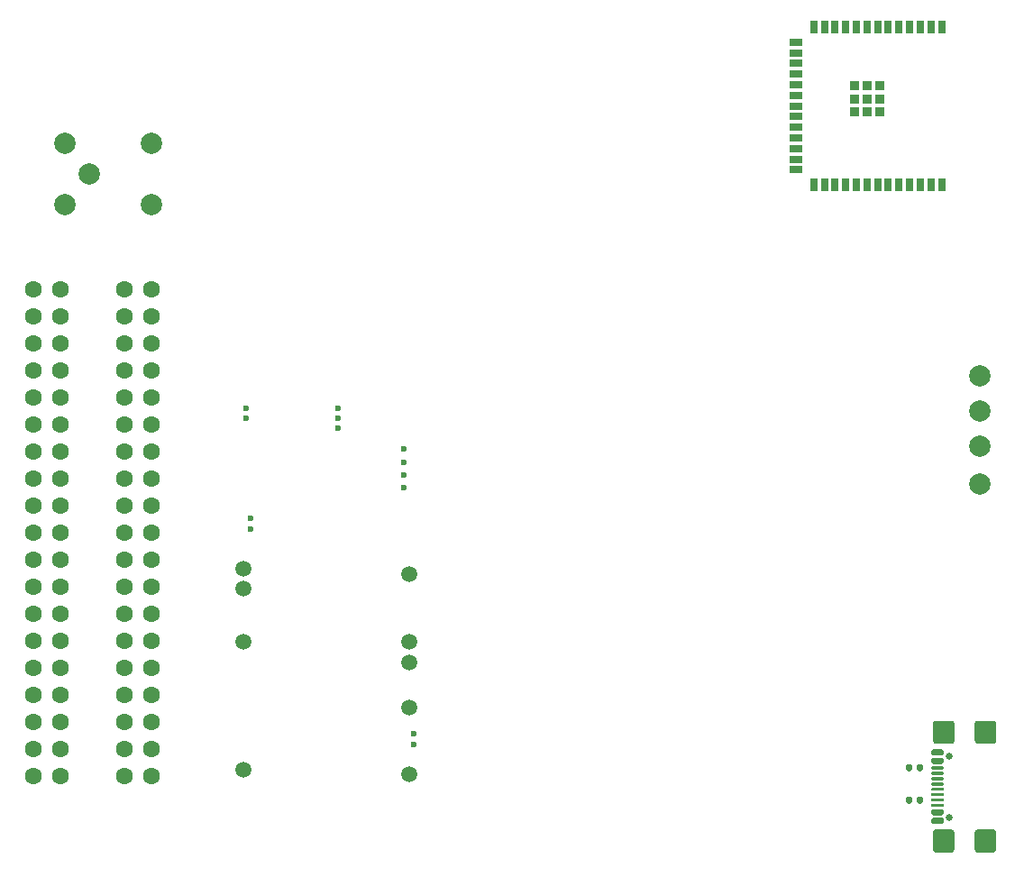
<source format=gts>
G04 #@! TF.GenerationSoftware,KiCad,Pcbnew,8.0.6-8.0.6-0~ubuntu22.04.1*
G04 #@! TF.CreationDate,2024-11-14T14:23:20+00:00*
G04 #@! TF.ProjectId,hellenbremen,68656c6c-656e-4627-9265-6d656e2e6b69,rev?*
G04 #@! TF.SameCoordinates,Original*
G04 #@! TF.FileFunction,Soldermask,Top*
G04 #@! TF.FilePolarity,Negative*
%FSLAX46Y46*%
G04 Gerber Fmt 4.6, Leading zero omitted, Abs format (unit mm)*
G04 Created by KiCad (PCBNEW 8.0.6-8.0.6-0~ubuntu22.04.1) date 2024-11-14 14:23:20*
%MOMM*%
%LPD*%
G01*
G04 APERTURE LIST*
%ADD10C,2.000000*%
%ADD11C,0.600000*%
%ADD12C,1.600000*%
%ADD13C,1.500000*%
%ADD14R,0.711200X1.295400*%
%ADD15R,1.295400X0.711200*%
%ADD16R,0.889000X0.889000*%
%ADD17C,0.650000*%
G04 APERTURE END LIST*
G04 #@! TO.C,R2*
G36*
G01*
X93342000Y22979000D02*
X93342000Y22609000D01*
G75*
G02*
X93207000Y22474000I-135000J0D01*
G01*
X92937000Y22474000D01*
G75*
G02*
X92802000Y22609000I0J135000D01*
G01*
X92802000Y22979000D01*
G75*
G02*
X92937000Y23114000I135000J0D01*
G01*
X93207000Y23114000D01*
G75*
G02*
X93342000Y22979000I0J-135000D01*
G01*
G37*
G36*
G01*
X92322000Y22979000D02*
X92322000Y22609000D01*
G75*
G02*
X92187000Y22474000I-135000J0D01*
G01*
X91917000Y22474000D01*
G75*
G02*
X91782000Y22609000I0J135000D01*
G01*
X91782000Y22979000D01*
G75*
G02*
X91917000Y23114000I135000J0D01*
G01*
X92187000Y23114000D01*
G75*
G02*
X92322000Y22979000I0J-135000D01*
G01*
G37*
G04 #@! TD*
G04 #@! TO.C,R1*
G36*
G01*
X93340000Y26027000D02*
X93340000Y25657000D01*
G75*
G02*
X93205000Y25522000I-135000J0D01*
G01*
X92935000Y25522000D01*
G75*
G02*
X92800000Y25657000I0J135000D01*
G01*
X92800000Y26027000D01*
G75*
G02*
X92935000Y26162000I135000J0D01*
G01*
X93205000Y26162000D01*
G75*
G02*
X93340000Y26027000I0J-135000D01*
G01*
G37*
G36*
G01*
X92320000Y26027000D02*
X92320000Y25657000D01*
G75*
G02*
X92185000Y25522000I-135000J0D01*
G01*
X91915000Y25522000D01*
G75*
G02*
X91780000Y25657000I0J135000D01*
G01*
X91780000Y26027000D01*
G75*
G02*
X91915000Y26162000I135000J0D01*
G01*
X92185000Y26162000D01*
G75*
G02*
X92320000Y26027000I0J-135000D01*
G01*
G37*
G04 #@! TD*
D10*
G04 #@! TO.C,TP1*
X98656000Y62672000D03*
G04 #@! TD*
D11*
G04 #@! TO.C,M5*
X38438995Y59598997D03*
X38438995Y58648997D03*
X38438995Y57698999D03*
X29738995Y58698997D03*
X29738995Y59598997D03*
G04 #@! TD*
D10*
G04 #@! TO.C,J1*
X12756000Y84500000D03*
X12756000Y78700000D03*
X15086000Y81600000D03*
X20886000Y84500000D03*
X20886000Y78700000D03*
D12*
X20886000Y25080000D03*
X20886000Y27620000D03*
X20886000Y30160000D03*
X20886000Y32700000D03*
X20886000Y35240000D03*
X20886000Y37780000D03*
X20886000Y40320000D03*
X20886000Y42860000D03*
X20886000Y45400000D03*
X20886000Y47940000D03*
X20886000Y50480000D03*
X20886000Y53020000D03*
X20886000Y55560000D03*
X20886000Y58100000D03*
X20886000Y60640000D03*
X20886000Y63180000D03*
X20886000Y65720000D03*
X20886000Y68260000D03*
X20886000Y70800000D03*
X18346000Y25080000D03*
X18346000Y27620000D03*
X18346000Y30160000D03*
X18346000Y32700000D03*
X18346000Y35240000D03*
X18346000Y37780000D03*
X18346000Y40320000D03*
X18346000Y42860000D03*
X18346000Y45400000D03*
X18346000Y47940000D03*
X18346000Y50480000D03*
X18346000Y53020000D03*
X18346000Y55560000D03*
X18346000Y58100000D03*
X18346000Y60640000D03*
X18346000Y63180000D03*
X18346000Y65720000D03*
X18346000Y68260000D03*
X18346000Y70800000D03*
X12296000Y25080000D03*
X12296000Y27620000D03*
X12296000Y30160000D03*
X12296000Y32700000D03*
X12296000Y35240000D03*
X12296000Y37780000D03*
X12296000Y40320000D03*
X12296000Y42860000D03*
X12296000Y45400000D03*
X12296000Y47940000D03*
X12296000Y50480000D03*
X12296000Y53020000D03*
X12296000Y55560000D03*
X12296000Y58100000D03*
X12296000Y60640000D03*
X12296000Y63180000D03*
X12296000Y65720000D03*
X12296000Y68260000D03*
X12296000Y70800000D03*
X9756000Y25080000D03*
X9756000Y27620000D03*
X9756000Y30160000D03*
X9756000Y32700000D03*
X9756000Y35240000D03*
X9756000Y37780000D03*
X9756000Y40320000D03*
X9756000Y42860000D03*
X9756000Y45400000D03*
X9756000Y47940000D03*
X9756000Y50480000D03*
X9756000Y53020000D03*
X9756000Y55560000D03*
X9756000Y58100000D03*
X9756000Y60640000D03*
X9756000Y63180000D03*
X9756000Y65720000D03*
X9756000Y68260000D03*
X9756000Y70800000D03*
G04 #@! TD*
D10*
G04 #@! TO.C,TP3*
X98656000Y56068000D03*
G04 #@! TD*
D13*
G04 #@! TO.C,M2*
X45062995Y44056999D03*
X45062995Y37657002D03*
X45062995Y35756999D03*
X45062995Y31456999D03*
D11*
X45512994Y29057002D03*
X45512994Y28057001D03*
D13*
X45062995Y25206999D03*
X29562998Y44507001D03*
X29562998Y42657002D03*
X29562998Y37706999D03*
X29562998Y25657001D03*
G04 #@! TD*
D14*
G04 #@! TO.C,U1*
X95100000Y95400000D03*
X94099999Y95400000D03*
X93099999Y95400000D03*
X92099998Y95400000D03*
X91100000Y95400000D03*
X90100000Y95400000D03*
X89099999Y95400000D03*
X88099998Y95400000D03*
X87099998Y95400000D03*
X86100000Y95400000D03*
X85099999Y95400000D03*
X84099999Y95400000D03*
X83099998Y95400000D03*
D15*
X81449999Y94000001D03*
X81449999Y93000000D03*
X81449999Y92000000D03*
X81449999Y90999999D03*
X81449999Y90000001D03*
X81449999Y89000001D03*
X81449999Y88000000D03*
X81449999Y86999999D03*
X81449999Y85999999D03*
X81449999Y85000001D03*
X81449999Y84000000D03*
X81449999Y83000000D03*
X81449999Y81999999D03*
D14*
X83099998Y80600000D03*
X84099999Y80600000D03*
X85099999Y80600000D03*
X86100000Y80600000D03*
X87099998Y80600000D03*
X88099998Y80600000D03*
X89099999Y80600000D03*
X90100000Y80600000D03*
X91100000Y80600000D03*
X92099998Y80600000D03*
X93099999Y80600000D03*
X94099999Y80600000D03*
X95100000Y80600000D03*
D16*
X89299999Y89880000D03*
X89299999Y88680000D03*
X89299999Y87480000D03*
X88099999Y89880000D03*
X88099999Y88680000D03*
X88099999Y87480000D03*
X86899999Y89880000D03*
X86899999Y88680000D03*
X86899999Y87480000D03*
G04 #@! TD*
D10*
G04 #@! TO.C,TP4*
X98656000Y52512000D03*
G04 #@! TD*
G04 #@! TO.C,TP2*
X98656000Y59370000D03*
G04 #@! TD*
D17*
G04 #@! TO.C,J3*
X95797000Y21174000D03*
X95797000Y26954000D03*
G36*
G01*
X95147000Y20564000D02*
X94297000Y20564000D01*
G75*
G02*
X94147000Y20714000I0J150000D01*
G01*
X94147000Y21014000D01*
G75*
G02*
X94297000Y21164000I150000J0D01*
G01*
X95147000Y21164000D01*
G75*
G02*
X95297000Y21014000I0J-150000D01*
G01*
X95297000Y20714000D01*
G75*
G02*
X95147000Y20564000I-150000J0D01*
G01*
G37*
G36*
G01*
X95147000Y21364000D02*
X94297000Y21364000D01*
G75*
G02*
X94147000Y21514000I0J150000D01*
G01*
X94147000Y21814000D01*
G75*
G02*
X94297000Y21964000I150000J0D01*
G01*
X95147000Y21964000D01*
G75*
G02*
X95297000Y21814000I0J-150000D01*
G01*
X95297000Y21514000D01*
G75*
G02*
X95147000Y21364000I-150000J0D01*
G01*
G37*
G36*
G01*
X95222000Y22664000D02*
X94222000Y22664000D01*
G75*
G02*
X94147000Y22739000I0J75000D01*
G01*
X94147000Y22889000D01*
G75*
G02*
X94222000Y22964000I75000J0D01*
G01*
X95222000Y22964000D01*
G75*
G02*
X95297000Y22889000I0J-75000D01*
G01*
X95297000Y22739000D01*
G75*
G02*
X95222000Y22664000I-75000J0D01*
G01*
G37*
G36*
G01*
X95222000Y23664000D02*
X94222000Y23664000D01*
G75*
G02*
X94147000Y23739000I0J75000D01*
G01*
X94147000Y23889000D01*
G75*
G02*
X94222000Y23964000I75000J0D01*
G01*
X95222000Y23964000D01*
G75*
G02*
X95297000Y23889000I0J-75000D01*
G01*
X95297000Y23739000D01*
G75*
G02*
X95222000Y23664000I-75000J0D01*
G01*
G37*
G36*
G01*
X95222000Y24164000D02*
X94222000Y24164000D01*
G75*
G02*
X94147000Y24239000I0J75000D01*
G01*
X94147000Y24389000D01*
G75*
G02*
X94222000Y24464000I75000J0D01*
G01*
X95222000Y24464000D01*
G75*
G02*
X95297000Y24389000I0J-75000D01*
G01*
X95297000Y24239000D01*
G75*
G02*
X95222000Y24164000I-75000J0D01*
G01*
G37*
G36*
G01*
X95222000Y25164000D02*
X94222000Y25164000D01*
G75*
G02*
X94147000Y25239000I0J75000D01*
G01*
X94147000Y25389000D01*
G75*
G02*
X94222000Y25464000I75000J0D01*
G01*
X95222000Y25464000D01*
G75*
G02*
X95297000Y25389000I0J-75000D01*
G01*
X95297000Y25239000D01*
G75*
G02*
X95222000Y25164000I-75000J0D01*
G01*
G37*
G36*
G01*
X95147000Y26164000D02*
X94297000Y26164000D01*
G75*
G02*
X94147000Y26314000I0J150000D01*
G01*
X94147000Y26614000D01*
G75*
G02*
X94297000Y26764000I150000J0D01*
G01*
X95147000Y26764000D01*
G75*
G02*
X95297000Y26614000I0J-150000D01*
G01*
X95297000Y26314000D01*
G75*
G02*
X95147000Y26164000I-150000J0D01*
G01*
G37*
G36*
G01*
X95147000Y26964000D02*
X94297000Y26964000D01*
G75*
G02*
X94147000Y27114000I0J150000D01*
G01*
X94147000Y27414000D01*
G75*
G02*
X94297000Y27564000I150000J0D01*
G01*
X95147000Y27564000D01*
G75*
G02*
X95297000Y27414000I0J-150000D01*
G01*
X95297000Y27114000D01*
G75*
G02*
X95147000Y26964000I-150000J0D01*
G01*
G37*
G36*
G01*
X95147000Y26964000D02*
X94297000Y26964000D01*
G75*
G02*
X94147000Y27114000I0J150000D01*
G01*
X94147000Y27414000D01*
G75*
G02*
X94297000Y27564000I150000J0D01*
G01*
X95147000Y27564000D01*
G75*
G02*
X95297000Y27414000I0J-150000D01*
G01*
X95297000Y27114000D01*
G75*
G02*
X95147000Y26964000I-150000J0D01*
G01*
G37*
G36*
G01*
X95147000Y26164000D02*
X94297000Y26164000D01*
G75*
G02*
X94147000Y26314000I0J150000D01*
G01*
X94147000Y26614000D01*
G75*
G02*
X94297000Y26764000I150000J0D01*
G01*
X95147000Y26764000D01*
G75*
G02*
X95297000Y26614000I0J-150000D01*
G01*
X95297000Y26314000D01*
G75*
G02*
X95147000Y26164000I-150000J0D01*
G01*
G37*
G36*
G01*
X95222000Y25664000D02*
X94222000Y25664000D01*
G75*
G02*
X94147000Y25739000I0J75000D01*
G01*
X94147000Y25889000D01*
G75*
G02*
X94222000Y25964000I75000J0D01*
G01*
X95222000Y25964000D01*
G75*
G02*
X95297000Y25889000I0J-75000D01*
G01*
X95297000Y25739000D01*
G75*
G02*
X95222000Y25664000I-75000J0D01*
G01*
G37*
G36*
G01*
X95222000Y24664000D02*
X94222000Y24664000D01*
G75*
G02*
X94147000Y24739000I0J75000D01*
G01*
X94147000Y24889000D01*
G75*
G02*
X94222000Y24964000I75000J0D01*
G01*
X95222000Y24964000D01*
G75*
G02*
X95297000Y24889000I0J-75000D01*
G01*
X95297000Y24739000D01*
G75*
G02*
X95222000Y24664000I-75000J0D01*
G01*
G37*
G36*
G01*
X95222000Y23164000D02*
X94222000Y23164000D01*
G75*
G02*
X94147000Y23239000I0J75000D01*
G01*
X94147000Y23389000D01*
G75*
G02*
X94222000Y23464000I75000J0D01*
G01*
X95222000Y23464000D01*
G75*
G02*
X95297000Y23389000I0J-75000D01*
G01*
X95297000Y23239000D01*
G75*
G02*
X95222000Y23164000I-75000J0D01*
G01*
G37*
G36*
G01*
X95222000Y22164000D02*
X94222000Y22164000D01*
G75*
G02*
X94147000Y22239000I0J75000D01*
G01*
X94147000Y22389000D01*
G75*
G02*
X94222000Y22464000I75000J0D01*
G01*
X95222000Y22464000D01*
G75*
G02*
X95297000Y22389000I0J-75000D01*
G01*
X95297000Y22239000D01*
G75*
G02*
X95222000Y22164000I-75000J0D01*
G01*
G37*
G36*
G01*
X95147000Y21364000D02*
X94297000Y21364000D01*
G75*
G02*
X94147000Y21514000I0J150000D01*
G01*
X94147000Y21814000D01*
G75*
G02*
X94297000Y21964000I150000J0D01*
G01*
X95147000Y21964000D01*
G75*
G02*
X95297000Y21814000I0J-150000D01*
G01*
X95297000Y21514000D01*
G75*
G02*
X95147000Y21364000I-150000J0D01*
G01*
G37*
G36*
G01*
X95147000Y20564000D02*
X94297000Y20564000D01*
G75*
G02*
X94147000Y20714000I0J150000D01*
G01*
X94147000Y21014000D01*
G75*
G02*
X94297000Y21164000I150000J0D01*
G01*
X95147000Y21164000D01*
G75*
G02*
X95297000Y21014000I0J-150000D01*
G01*
X95297000Y20714000D01*
G75*
G02*
X95147000Y20564000I-150000J0D01*
G01*
G37*
G36*
G01*
X96047000Y17864000D02*
X94547000Y17864000D01*
G75*
G02*
X94297000Y18114000I0J250000D01*
G01*
X94297000Y19794000D01*
G75*
G02*
X94547000Y20044000I250000J0D01*
G01*
X96047000Y20044000D01*
G75*
G02*
X96297000Y19794000I0J-250000D01*
G01*
X96297000Y18114000D01*
G75*
G02*
X96047000Y17864000I-250000J0D01*
G01*
G37*
G36*
G01*
X99977000Y17864000D02*
X98477000Y17864000D01*
G75*
G02*
X98227000Y18114000I0J250000D01*
G01*
X98227000Y19794000D01*
G75*
G02*
X98477000Y20044000I250000J0D01*
G01*
X99977000Y20044000D01*
G75*
G02*
X100227000Y19794000I0J-250000D01*
G01*
X100227000Y18114000D01*
G75*
G02*
X99977000Y17864000I-250000J0D01*
G01*
G37*
G36*
G01*
X96047000Y28084000D02*
X94547000Y28084000D01*
G75*
G02*
X94297000Y28334000I0J250000D01*
G01*
X94297000Y30014000D01*
G75*
G02*
X94547000Y30264000I250000J0D01*
G01*
X96047000Y30264000D01*
G75*
G02*
X96297000Y30014000I0J-250000D01*
G01*
X96297000Y28334000D01*
G75*
G02*
X96047000Y28084000I-250000J0D01*
G01*
G37*
G36*
G01*
X99977000Y28084000D02*
X98477000Y28084000D01*
G75*
G02*
X98227000Y28334000I0J250000D01*
G01*
X98227000Y30014000D01*
G75*
G02*
X98477000Y30264000I250000J0D01*
G01*
X99977000Y30264000D01*
G75*
G02*
X100227000Y30014000I0J-250000D01*
G01*
X100227000Y28334000D01*
G75*
G02*
X99977000Y28084000I-250000J0D01*
G01*
G37*
G04 #@! TD*
D11*
G04 #@! TO.C,M4*
X44588995Y53350499D03*
X44588995Y52150499D03*
X44588995Y54550499D03*
X44588995Y55750499D03*
X30163995Y49290499D03*
X30163995Y48290499D03*
G04 #@! TD*
M02*

</source>
